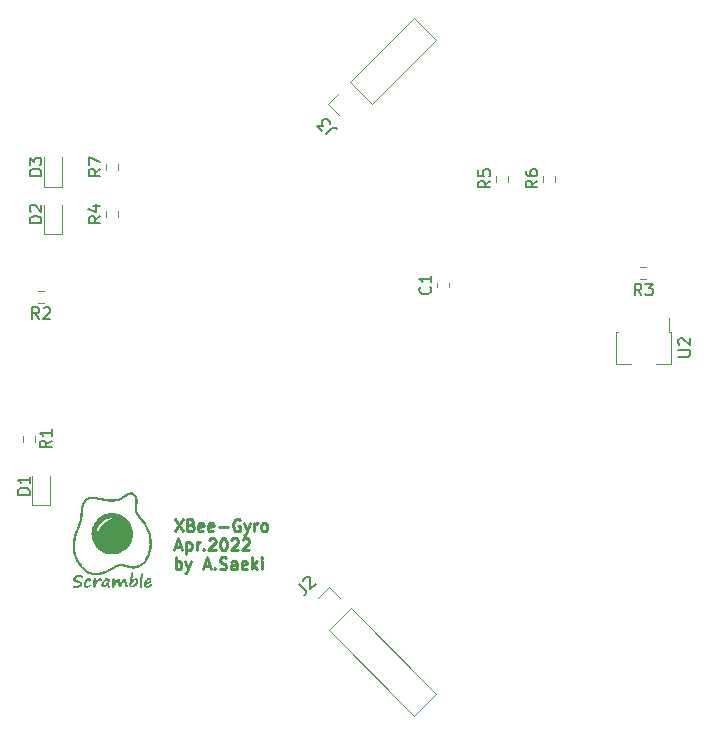
<source format=gto>
G04 #@! TF.GenerationSoftware,KiCad,Pcbnew,(6.0.1)*
G04 #@! TF.CreationDate,2022-04-06T23:24:07+09:00*
G04 #@! TF.ProjectId,xbee-gyro20220207,78626565-2d67-4797-926f-323032323032,V1.1*
G04 #@! TF.SameCoordinates,Original*
G04 #@! TF.FileFunction,Legend,Top*
G04 #@! TF.FilePolarity,Positive*
%FSLAX46Y46*%
G04 Gerber Fmt 4.6, Leading zero omitted, Abs format (unit mm)*
G04 Created by KiCad (PCBNEW (6.0.1)) date 2022-04-06 23:24:07*
%MOMM*%
%LPD*%
G01*
G04 APERTURE LIST*
%ADD10C,0.250000*%
%ADD11C,0.150000*%
%ADD12C,0.120000*%
G04 APERTURE END LIST*
D10*
X59305357Y-127842380D02*
X59972023Y-128842380D01*
X59972023Y-127842380D02*
X59305357Y-128842380D01*
X60686309Y-128318571D02*
X60829166Y-128366190D01*
X60876785Y-128413809D01*
X60924404Y-128509047D01*
X60924404Y-128651904D01*
X60876785Y-128747142D01*
X60829166Y-128794761D01*
X60733928Y-128842380D01*
X60352976Y-128842380D01*
X60352976Y-127842380D01*
X60686309Y-127842380D01*
X60781547Y-127890000D01*
X60829166Y-127937619D01*
X60876785Y-128032857D01*
X60876785Y-128128095D01*
X60829166Y-128223333D01*
X60781547Y-128270952D01*
X60686309Y-128318571D01*
X60352976Y-128318571D01*
X61733928Y-128794761D02*
X61638690Y-128842380D01*
X61448214Y-128842380D01*
X61352976Y-128794761D01*
X61305357Y-128699523D01*
X61305357Y-128318571D01*
X61352976Y-128223333D01*
X61448214Y-128175714D01*
X61638690Y-128175714D01*
X61733928Y-128223333D01*
X61781547Y-128318571D01*
X61781547Y-128413809D01*
X61305357Y-128509047D01*
X62591071Y-128794761D02*
X62495833Y-128842380D01*
X62305357Y-128842380D01*
X62210119Y-128794761D01*
X62162500Y-128699523D01*
X62162500Y-128318571D01*
X62210119Y-128223333D01*
X62305357Y-128175714D01*
X62495833Y-128175714D01*
X62591071Y-128223333D01*
X62638690Y-128318571D01*
X62638690Y-128413809D01*
X62162500Y-128509047D01*
X63067261Y-128461428D02*
X63829166Y-128461428D01*
X64829166Y-127890000D02*
X64733928Y-127842380D01*
X64591071Y-127842380D01*
X64448214Y-127890000D01*
X64352976Y-127985238D01*
X64305357Y-128080476D01*
X64257738Y-128270952D01*
X64257738Y-128413809D01*
X64305357Y-128604285D01*
X64352976Y-128699523D01*
X64448214Y-128794761D01*
X64591071Y-128842380D01*
X64686309Y-128842380D01*
X64829166Y-128794761D01*
X64876785Y-128747142D01*
X64876785Y-128413809D01*
X64686309Y-128413809D01*
X65210119Y-128175714D02*
X65448214Y-128842380D01*
X65686309Y-128175714D02*
X65448214Y-128842380D01*
X65352976Y-129080476D01*
X65305357Y-129128095D01*
X65210119Y-129175714D01*
X66067261Y-128842380D02*
X66067261Y-128175714D01*
X66067261Y-128366190D02*
X66114880Y-128270952D01*
X66162500Y-128223333D01*
X66257738Y-128175714D01*
X66352976Y-128175714D01*
X66829166Y-128842380D02*
X66733928Y-128794761D01*
X66686309Y-128747142D01*
X66638690Y-128651904D01*
X66638690Y-128366190D01*
X66686309Y-128270952D01*
X66733928Y-128223333D01*
X66829166Y-128175714D01*
X66972023Y-128175714D01*
X67067261Y-128223333D01*
X67114880Y-128270952D01*
X67162500Y-128366190D01*
X67162500Y-128651904D01*
X67114880Y-128747142D01*
X67067261Y-128794761D01*
X66972023Y-128842380D01*
X66829166Y-128842380D01*
X59352976Y-130166666D02*
X59829166Y-130166666D01*
X59257738Y-130452380D02*
X59591071Y-129452380D01*
X59924404Y-130452380D01*
X60257738Y-129785714D02*
X60257738Y-130785714D01*
X60257738Y-129833333D02*
X60352976Y-129785714D01*
X60543452Y-129785714D01*
X60638690Y-129833333D01*
X60686309Y-129880952D01*
X60733928Y-129976190D01*
X60733928Y-130261904D01*
X60686309Y-130357142D01*
X60638690Y-130404761D01*
X60543452Y-130452380D01*
X60352976Y-130452380D01*
X60257738Y-130404761D01*
X61162500Y-130452380D02*
X61162500Y-129785714D01*
X61162500Y-129976190D02*
X61210119Y-129880952D01*
X61257738Y-129833333D01*
X61352976Y-129785714D01*
X61448214Y-129785714D01*
X61781547Y-130357142D02*
X61829166Y-130404761D01*
X61781547Y-130452380D01*
X61733928Y-130404761D01*
X61781547Y-130357142D01*
X61781547Y-130452380D01*
X62210119Y-129547619D02*
X62257738Y-129500000D01*
X62352976Y-129452380D01*
X62591071Y-129452380D01*
X62686309Y-129500000D01*
X62733928Y-129547619D01*
X62781547Y-129642857D01*
X62781547Y-129738095D01*
X62733928Y-129880952D01*
X62162500Y-130452380D01*
X62781547Y-130452380D01*
X63400595Y-129452380D02*
X63495833Y-129452380D01*
X63591071Y-129500000D01*
X63638690Y-129547619D01*
X63686309Y-129642857D01*
X63733928Y-129833333D01*
X63733928Y-130071428D01*
X63686309Y-130261904D01*
X63638690Y-130357142D01*
X63591071Y-130404761D01*
X63495833Y-130452380D01*
X63400595Y-130452380D01*
X63305357Y-130404761D01*
X63257738Y-130357142D01*
X63210119Y-130261904D01*
X63162500Y-130071428D01*
X63162500Y-129833333D01*
X63210119Y-129642857D01*
X63257738Y-129547619D01*
X63305357Y-129500000D01*
X63400595Y-129452380D01*
X64114880Y-129547619D02*
X64162500Y-129500000D01*
X64257738Y-129452380D01*
X64495833Y-129452380D01*
X64591071Y-129500000D01*
X64638690Y-129547619D01*
X64686309Y-129642857D01*
X64686309Y-129738095D01*
X64638690Y-129880952D01*
X64067261Y-130452380D01*
X64686309Y-130452380D01*
X65067261Y-129547619D02*
X65114880Y-129500000D01*
X65210119Y-129452380D01*
X65448214Y-129452380D01*
X65543452Y-129500000D01*
X65591071Y-129547619D01*
X65638690Y-129642857D01*
X65638690Y-129738095D01*
X65591071Y-129880952D01*
X65019642Y-130452380D01*
X65638690Y-130452380D01*
X59400595Y-132062380D02*
X59400595Y-131062380D01*
X59400595Y-131443333D02*
X59495833Y-131395714D01*
X59686309Y-131395714D01*
X59781547Y-131443333D01*
X59829166Y-131490952D01*
X59876785Y-131586190D01*
X59876785Y-131871904D01*
X59829166Y-131967142D01*
X59781547Y-132014761D01*
X59686309Y-132062380D01*
X59495833Y-132062380D01*
X59400595Y-132014761D01*
X60210119Y-131395714D02*
X60448214Y-132062380D01*
X60686309Y-131395714D02*
X60448214Y-132062380D01*
X60352976Y-132300476D01*
X60305357Y-132348095D01*
X60210119Y-132395714D01*
X61781547Y-131776666D02*
X62257738Y-131776666D01*
X61686309Y-132062380D02*
X62019642Y-131062380D01*
X62352976Y-132062380D01*
X62686309Y-131967142D02*
X62733928Y-132014761D01*
X62686309Y-132062380D01*
X62638690Y-132014761D01*
X62686309Y-131967142D01*
X62686309Y-132062380D01*
X63114880Y-132014761D02*
X63257738Y-132062380D01*
X63495833Y-132062380D01*
X63591071Y-132014761D01*
X63638690Y-131967142D01*
X63686309Y-131871904D01*
X63686309Y-131776666D01*
X63638690Y-131681428D01*
X63591071Y-131633809D01*
X63495833Y-131586190D01*
X63305357Y-131538571D01*
X63210119Y-131490952D01*
X63162500Y-131443333D01*
X63114880Y-131348095D01*
X63114880Y-131252857D01*
X63162500Y-131157619D01*
X63210119Y-131110000D01*
X63305357Y-131062380D01*
X63543452Y-131062380D01*
X63686309Y-131110000D01*
X64543452Y-132062380D02*
X64543452Y-131538571D01*
X64495833Y-131443333D01*
X64400595Y-131395714D01*
X64210119Y-131395714D01*
X64114880Y-131443333D01*
X64543452Y-132014761D02*
X64448214Y-132062380D01*
X64210119Y-132062380D01*
X64114880Y-132014761D01*
X64067261Y-131919523D01*
X64067261Y-131824285D01*
X64114880Y-131729047D01*
X64210119Y-131681428D01*
X64448214Y-131681428D01*
X64543452Y-131633809D01*
X65400595Y-132014761D02*
X65305357Y-132062380D01*
X65114880Y-132062380D01*
X65019642Y-132014761D01*
X64972023Y-131919523D01*
X64972023Y-131538571D01*
X65019642Y-131443333D01*
X65114880Y-131395714D01*
X65305357Y-131395714D01*
X65400595Y-131443333D01*
X65448214Y-131538571D01*
X65448214Y-131633809D01*
X64972023Y-131729047D01*
X65876785Y-132062380D02*
X65876785Y-131062380D01*
X65972023Y-131681428D02*
X66257738Y-132062380D01*
X66257738Y-131395714D02*
X65876785Y-131776666D01*
X66686309Y-132062380D02*
X66686309Y-131395714D01*
X66686309Y-131062380D02*
X66638690Y-131110000D01*
X66686309Y-131157619D01*
X66733928Y-131110000D01*
X66686309Y-131062380D01*
X66686309Y-131157619D01*
D11*
X48022380Y-102738095D02*
X47022380Y-102738095D01*
X47022380Y-102500000D01*
X47070000Y-102357142D01*
X47165238Y-102261904D01*
X47260476Y-102214285D01*
X47450952Y-102166666D01*
X47593809Y-102166666D01*
X47784285Y-102214285D01*
X47879523Y-102261904D01*
X47974761Y-102357142D01*
X48022380Y-102500000D01*
X48022380Y-102738095D01*
X47117619Y-101785714D02*
X47070000Y-101738095D01*
X47022380Y-101642857D01*
X47022380Y-101404761D01*
X47070000Y-101309523D01*
X47117619Y-101261904D01*
X47212857Y-101214285D01*
X47308095Y-101214285D01*
X47450952Y-101261904D01*
X48022380Y-101833333D01*
X48022380Y-101214285D01*
X86022380Y-99166666D02*
X85546190Y-99500000D01*
X86022380Y-99738095D02*
X85022380Y-99738095D01*
X85022380Y-99357142D01*
X85070000Y-99261904D01*
X85117619Y-99214285D01*
X85212857Y-99166666D01*
X85355714Y-99166666D01*
X85450952Y-99214285D01*
X85498571Y-99261904D01*
X85546190Y-99357142D01*
X85546190Y-99738095D01*
X85022380Y-98261904D02*
X85022380Y-98738095D01*
X85498571Y-98785714D01*
X85450952Y-98738095D01*
X85403333Y-98642857D01*
X85403333Y-98404761D01*
X85450952Y-98309523D01*
X85498571Y-98261904D01*
X85593809Y-98214285D01*
X85831904Y-98214285D01*
X85927142Y-98261904D01*
X85974761Y-98309523D01*
X86022380Y-98404761D01*
X86022380Y-98642857D01*
X85974761Y-98738095D01*
X85927142Y-98785714D01*
X53022380Y-98166666D02*
X52546190Y-98500000D01*
X53022380Y-98738095D02*
X52022380Y-98738095D01*
X52022380Y-98357142D01*
X52070000Y-98261904D01*
X52117619Y-98214285D01*
X52212857Y-98166666D01*
X52355714Y-98166666D01*
X52450952Y-98214285D01*
X52498571Y-98261904D01*
X52546190Y-98357142D01*
X52546190Y-98738095D01*
X52022380Y-97833333D02*
X52022380Y-97166666D01*
X53022380Y-97595238D01*
X69826286Y-133297691D02*
X70331362Y-133802767D01*
X70398706Y-133937454D01*
X70398706Y-134072141D01*
X70331362Y-134206828D01*
X70264019Y-134274171D01*
X70196675Y-133061988D02*
X70196675Y-132994645D01*
X70230347Y-132893630D01*
X70398706Y-132725271D01*
X70499721Y-132691599D01*
X70567065Y-132691599D01*
X70668080Y-132725271D01*
X70735423Y-132792614D01*
X70802767Y-132927301D01*
X70802767Y-133735423D01*
X71240500Y-133297691D01*
X98833333Y-108882380D02*
X98500000Y-108406190D01*
X98261904Y-108882380D02*
X98261904Y-107882380D01*
X98642857Y-107882380D01*
X98738095Y-107930000D01*
X98785714Y-107977619D01*
X98833333Y-108072857D01*
X98833333Y-108215714D01*
X98785714Y-108310952D01*
X98738095Y-108358571D01*
X98642857Y-108406190D01*
X98261904Y-108406190D01*
X99166666Y-107882380D02*
X99785714Y-107882380D01*
X99452380Y-108263333D01*
X99595238Y-108263333D01*
X99690476Y-108310952D01*
X99738095Y-108358571D01*
X99785714Y-108453809D01*
X99785714Y-108691904D01*
X99738095Y-108787142D01*
X99690476Y-108834761D01*
X99595238Y-108882380D01*
X99309523Y-108882380D01*
X99214285Y-108834761D01*
X99166666Y-108787142D01*
X90022380Y-99166666D02*
X89546190Y-99500000D01*
X90022380Y-99738095D02*
X89022380Y-99738095D01*
X89022380Y-99357142D01*
X89070000Y-99261904D01*
X89117619Y-99214285D01*
X89212857Y-99166666D01*
X89355714Y-99166666D01*
X89450952Y-99214285D01*
X89498571Y-99261904D01*
X89546190Y-99357142D01*
X89546190Y-99738095D01*
X89022380Y-98309523D02*
X89022380Y-98500000D01*
X89070000Y-98595238D01*
X89117619Y-98642857D01*
X89260476Y-98738095D01*
X89450952Y-98785714D01*
X89831904Y-98785714D01*
X89927142Y-98738095D01*
X89974761Y-98690476D01*
X90022380Y-98595238D01*
X90022380Y-98404761D01*
X89974761Y-98309523D01*
X89927142Y-98261904D01*
X89831904Y-98214285D01*
X89593809Y-98214285D01*
X89498571Y-98261904D01*
X89450952Y-98309523D01*
X89403333Y-98404761D01*
X89403333Y-98595238D01*
X89450952Y-98690476D01*
X89498571Y-98738095D01*
X89593809Y-98785714D01*
X101952380Y-114061904D02*
X102761904Y-114061904D01*
X102857142Y-114014285D01*
X102904761Y-113966666D01*
X102952380Y-113871428D01*
X102952380Y-113680952D01*
X102904761Y-113585714D01*
X102857142Y-113538095D01*
X102761904Y-113490476D01*
X101952380Y-113490476D01*
X102047619Y-113061904D02*
X102000000Y-113014285D01*
X101952380Y-112919047D01*
X101952380Y-112680952D01*
X102000000Y-112585714D01*
X102047619Y-112538095D01*
X102142857Y-112490476D01*
X102238095Y-112490476D01*
X102380952Y-112538095D01*
X102952380Y-113109523D01*
X102952380Y-112490476D01*
X48882380Y-121166666D02*
X48406190Y-121500000D01*
X48882380Y-121738095D02*
X47882380Y-121738095D01*
X47882380Y-121357142D01*
X47930000Y-121261904D01*
X47977619Y-121214285D01*
X48072857Y-121166666D01*
X48215714Y-121166666D01*
X48310952Y-121214285D01*
X48358571Y-121261904D01*
X48406190Y-121357142D01*
X48406190Y-121738095D01*
X48882380Y-120214285D02*
X48882380Y-120785714D01*
X48882380Y-120500000D02*
X47882380Y-120500000D01*
X48025238Y-120595238D01*
X48120476Y-120690476D01*
X48168095Y-120785714D01*
X48022380Y-98738095D02*
X47022380Y-98738095D01*
X47022380Y-98500000D01*
X47070000Y-98357142D01*
X47165238Y-98261904D01*
X47260476Y-98214285D01*
X47450952Y-98166666D01*
X47593809Y-98166666D01*
X47784285Y-98214285D01*
X47879523Y-98261904D01*
X47974761Y-98357142D01*
X48022380Y-98500000D01*
X48022380Y-98738095D01*
X47022380Y-97833333D02*
X47022380Y-97214285D01*
X47403333Y-97547619D01*
X47403333Y-97404761D01*
X47450952Y-97309523D01*
X47498571Y-97261904D01*
X47593809Y-97214285D01*
X47831904Y-97214285D01*
X47927142Y-97261904D01*
X47974761Y-97309523D01*
X48022380Y-97404761D01*
X48022380Y-97690476D01*
X47974761Y-97785714D01*
X47927142Y-97833333D01*
X53022380Y-102166666D02*
X52546190Y-102500000D01*
X53022380Y-102738095D02*
X52022380Y-102738095D01*
X52022380Y-102357142D01*
X52070000Y-102261904D01*
X52117619Y-102214285D01*
X52212857Y-102166666D01*
X52355714Y-102166666D01*
X52450952Y-102214285D01*
X52498571Y-102261904D01*
X52546190Y-102357142D01*
X52546190Y-102738095D01*
X52355714Y-101309523D02*
X53022380Y-101309523D01*
X51974761Y-101547619D02*
X52689047Y-101785714D01*
X52689047Y-101166666D01*
X80927142Y-108166666D02*
X80974761Y-108214285D01*
X81022380Y-108357142D01*
X81022380Y-108452380D01*
X80974761Y-108595238D01*
X80879523Y-108690476D01*
X80784285Y-108738095D01*
X80593809Y-108785714D01*
X80450952Y-108785714D01*
X80260476Y-108738095D01*
X80165238Y-108690476D01*
X80070000Y-108595238D01*
X80022380Y-108452380D01*
X80022380Y-108357142D01*
X80070000Y-108214285D01*
X80117619Y-108166666D01*
X81022380Y-107214285D02*
X81022380Y-107785714D01*
X81022380Y-107500000D02*
X80022380Y-107500000D01*
X80165238Y-107595238D01*
X80260476Y-107690476D01*
X80308095Y-107785714D01*
X72089791Y-95250913D02*
X72594867Y-94745837D01*
X72729554Y-94678493D01*
X72864241Y-94678493D01*
X72998928Y-94745837D01*
X73066271Y-94813180D01*
X71820417Y-94981539D02*
X71382684Y-94543806D01*
X71887760Y-94510134D01*
X71786745Y-94409119D01*
X71753073Y-94308104D01*
X71753073Y-94240760D01*
X71786745Y-94139745D01*
X71955104Y-93971386D01*
X72056119Y-93937715D01*
X72123462Y-93937715D01*
X72224478Y-93971386D01*
X72426508Y-94173417D01*
X72460180Y-94274432D01*
X72460180Y-94341776D01*
X47833333Y-110882380D02*
X47500000Y-110406190D01*
X47261904Y-110882380D02*
X47261904Y-109882380D01*
X47642857Y-109882380D01*
X47738095Y-109930000D01*
X47785714Y-109977619D01*
X47833333Y-110072857D01*
X47833333Y-110215714D01*
X47785714Y-110310952D01*
X47738095Y-110358571D01*
X47642857Y-110406190D01*
X47261904Y-110406190D01*
X48214285Y-109977619D02*
X48261904Y-109930000D01*
X48357142Y-109882380D01*
X48595238Y-109882380D01*
X48690476Y-109930000D01*
X48738095Y-109977619D01*
X48785714Y-110072857D01*
X48785714Y-110168095D01*
X48738095Y-110310952D01*
X48166666Y-110882380D01*
X48785714Y-110882380D01*
X47022380Y-125738095D02*
X46022380Y-125738095D01*
X46022380Y-125500000D01*
X46070000Y-125357142D01*
X46165238Y-125261904D01*
X46260476Y-125214285D01*
X46450952Y-125166666D01*
X46593809Y-125166666D01*
X46784285Y-125214285D01*
X46879523Y-125261904D01*
X46974761Y-125357142D01*
X47022380Y-125500000D01*
X47022380Y-125738095D01*
X47022380Y-124214285D02*
X47022380Y-124785714D01*
X47022380Y-124500000D02*
X46022380Y-124500000D01*
X46165238Y-124595238D01*
X46260476Y-124690476D01*
X46308095Y-124785714D01*
D12*
X48265000Y-103660000D02*
X49735000Y-103660000D01*
X48265000Y-101200000D02*
X48265000Y-103660000D01*
X49735000Y-103660000D02*
X49735000Y-101200000D01*
X86477500Y-99254724D02*
X86477500Y-98745276D01*
X87522500Y-99254724D02*
X87522500Y-98745276D01*
X54522500Y-98254724D02*
X54522500Y-97745276D01*
X53477500Y-98254724D02*
X53477500Y-97745276D01*
X79592105Y-144473009D02*
X81473009Y-142592105D01*
X71467448Y-134467448D02*
X72407900Y-133526996D01*
X72365474Y-137246378D02*
X74246378Y-135365474D01*
X74246378Y-135365474D02*
X81473009Y-142592105D01*
X72407900Y-133526996D02*
X73348352Y-134467448D01*
X72365474Y-137246378D02*
X79592105Y-144473009D01*
G36*
X50698840Y-129764175D02*
G01*
X50727910Y-129543403D01*
X50771315Y-129321378D01*
X50799780Y-129203986D01*
X50812682Y-129155042D01*
X50825461Y-129109156D01*
X50838808Y-129064363D01*
X50853416Y-129018698D01*
X50869975Y-128970197D01*
X50889178Y-128916894D01*
X50911715Y-128856825D01*
X50938279Y-128788025D01*
X50969561Y-128708528D01*
X51006252Y-128616370D01*
X51009172Y-128609066D01*
X51037044Y-128538991D01*
X51064439Y-128469416D01*
X51090452Y-128402692D01*
X51114176Y-128341169D01*
X51134705Y-128287199D01*
X51151134Y-128243133D01*
X51162555Y-128211322D01*
X51163358Y-128208991D01*
X51202559Y-128088203D01*
X51235599Y-127971758D01*
X51263043Y-127856535D01*
X51285455Y-127739415D01*
X51303401Y-127617276D01*
X51317444Y-127487000D01*
X51328148Y-127345464D01*
X51332073Y-127276383D01*
X51337283Y-127179861D01*
X51342300Y-127097296D01*
X51347360Y-127026651D01*
X51352702Y-126965888D01*
X51358563Y-126912971D01*
X51365181Y-126865862D01*
X51372794Y-126822524D01*
X51381640Y-126780920D01*
X51391956Y-126739013D01*
X51397009Y-126720000D01*
X51437538Y-126589889D01*
X51485715Y-126469890D01*
X51540974Y-126360917D01*
X51602747Y-126263886D01*
X51670466Y-126179710D01*
X51743565Y-126109306D01*
X51803039Y-126065135D01*
X51893310Y-126015425D01*
X51994319Y-125976870D01*
X52105160Y-125949652D01*
X52224928Y-125933952D01*
X52352719Y-125929950D01*
X52455234Y-125934890D01*
X52534240Y-125942451D01*
X52625692Y-125953228D01*
X52726469Y-125966745D01*
X52833448Y-125982523D01*
X52943507Y-126000085D01*
X53053526Y-126018955D01*
X53160382Y-126038655D01*
X53248760Y-126056184D01*
X53313710Y-126069414D01*
X53378717Y-126082397D01*
X53440683Y-126094534D01*
X53496513Y-126105226D01*
X53543111Y-126113872D01*
X53577380Y-126119874D01*
X53579373Y-126120201D01*
X53658296Y-126130393D01*
X53749706Y-126137497D01*
X53850375Y-126141418D01*
X53957071Y-126142057D01*
X54066565Y-126139317D01*
X54122533Y-126136582D01*
X54213675Y-126130676D01*
X54291316Y-126123949D01*
X54357951Y-126115931D01*
X54416075Y-126106155D01*
X54468181Y-126094152D01*
X54516766Y-126079453D01*
X54564324Y-126061588D01*
X54597446Y-126047350D01*
X54620034Y-126036912D01*
X54642340Y-126025810D01*
X54666029Y-126013025D01*
X54692767Y-125997535D01*
X54724220Y-125978321D01*
X54762054Y-125954362D01*
X54807935Y-125924638D01*
X54863527Y-125888127D01*
X54930498Y-125843811D01*
X54940000Y-125837508D01*
X55046082Y-125769063D01*
X55141823Y-125711453D01*
X55228171Y-125664171D01*
X55306072Y-125626710D01*
X55376473Y-125598564D01*
X55404232Y-125589337D01*
X55505910Y-125562041D01*
X55597808Y-125546713D01*
X55680961Y-125543529D01*
X55756400Y-125552663D01*
X55825158Y-125574288D01*
X55888269Y-125608581D01*
X55946765Y-125655714D01*
X55976244Y-125685954D01*
X56036899Y-125764851D01*
X56086363Y-125855011D01*
X56124599Y-125956225D01*
X56151565Y-126068284D01*
X56167225Y-126190977D01*
X56171538Y-126324095D01*
X56164465Y-126467428D01*
X56147888Y-126608000D01*
X56138626Y-126673985D01*
X56132108Y-126729992D01*
X56127899Y-126781725D01*
X56125561Y-126834885D01*
X56124658Y-126895177D01*
X56124605Y-126912000D01*
X56124733Y-126966535D01*
X56125466Y-127008209D01*
X56127072Y-127040156D01*
X56129817Y-127065510D01*
X56133967Y-127087407D01*
X56139788Y-127108980D01*
X56141945Y-127116000D01*
X56156573Y-127157970D01*
X56174808Y-127201217D01*
X56197334Y-127246727D01*
X56224834Y-127295489D01*
X56257992Y-127348490D01*
X56297494Y-127406718D01*
X56344022Y-127471161D01*
X56398262Y-127542807D01*
X56460896Y-127622644D01*
X56532609Y-127711659D01*
X56614085Y-127810841D01*
X56668241Y-127876000D01*
X56717711Y-127935658D01*
X56758573Y-127985904D01*
X56792764Y-128029360D01*
X56822223Y-128068647D01*
X56848887Y-128106385D01*
X56874695Y-128145196D01*
X56901583Y-128187702D01*
X56916148Y-128211339D01*
X57005207Y-128369532D01*
X57086503Y-128539890D01*
X57159226Y-128720168D01*
X57222570Y-128908119D01*
X57275723Y-129101500D01*
X57317878Y-129298066D01*
X57327589Y-129353300D01*
X57339747Y-129428112D01*
X57349512Y-129494093D01*
X57357131Y-129554529D01*
X57362852Y-129612704D01*
X57366921Y-129671904D01*
X57369585Y-129735414D01*
X57371092Y-129806518D01*
X57371689Y-129888503D01*
X57371719Y-129940000D01*
X57371536Y-130013681D01*
X57371084Y-130073801D01*
X57370240Y-130122798D01*
X57368880Y-130163110D01*
X57366880Y-130197174D01*
X57364116Y-130227429D01*
X57360466Y-130256312D01*
X57355806Y-130286262D01*
X57353473Y-130300000D01*
X57313206Y-130491127D01*
X57259287Y-130679035D01*
X57192461Y-130861969D01*
X57113478Y-131038174D01*
X57023083Y-131205897D01*
X56922025Y-131363382D01*
X56870122Y-131434597D01*
X56777641Y-131544902D01*
X56675268Y-131646100D01*
X56564659Y-131737092D01*
X56447473Y-131816784D01*
X56325367Y-131884079D01*
X56199998Y-131937882D01*
X56073024Y-131977094D01*
X56037507Y-131985289D01*
X56000833Y-131992356D01*
X55965160Y-131997324D01*
X55926348Y-132000524D01*
X55880259Y-132002284D01*
X55822754Y-132002936D01*
X55816000Y-132002953D01*
X55747094Y-132002013D01*
X55683102Y-131998566D01*
X55620668Y-131992094D01*
X55556438Y-131982081D01*
X55487058Y-131968009D01*
X55409173Y-131949360D01*
X55325665Y-131927319D01*
X55234309Y-131902476D01*
X55156801Y-131881542D01*
X55091568Y-131864167D01*
X55037034Y-131849999D01*
X54991626Y-131838688D01*
X54953771Y-131829882D01*
X54921893Y-131823232D01*
X54894418Y-131818385D01*
X54869773Y-131814991D01*
X54846384Y-131812700D01*
X54822676Y-131811159D01*
X54800000Y-131810135D01*
X54726565Y-131809952D01*
X54655327Y-131815813D01*
X54584601Y-131828353D01*
X54512700Y-131848205D01*
X54437936Y-131876003D01*
X54358625Y-131912382D01*
X54273078Y-131957976D01*
X54179611Y-132013419D01*
X54076535Y-132079345D01*
X54066485Y-132085976D01*
X53937096Y-132166302D01*
X53798310Y-132242838D01*
X53653147Y-132314304D01*
X53504630Y-132379417D01*
X53355781Y-132436895D01*
X53209620Y-132485458D01*
X53069169Y-132523823D01*
X52996116Y-132539979D01*
X52904281Y-132555510D01*
X52807221Y-132566674D01*
X52708699Y-132573337D01*
X52612477Y-132575371D01*
X52522318Y-132572642D01*
X52441984Y-132565022D01*
X52412000Y-132560316D01*
X52266803Y-132528668D01*
X52130049Y-132487628D01*
X52003336Y-132437798D01*
X51888259Y-132379779D01*
X51818944Y-132336947D01*
X51750649Y-132286772D01*
X51676729Y-132224672D01*
X51599191Y-132152788D01*
X51520040Y-132073258D01*
X51441283Y-131988224D01*
X51364925Y-131899824D01*
X51292971Y-131810198D01*
X51227427Y-131721485D01*
X51188921Y-131664881D01*
X51142882Y-131591748D01*
X51093624Y-131508452D01*
X51042898Y-131418317D01*
X50992455Y-131324668D01*
X50944048Y-131230829D01*
X50899428Y-131140124D01*
X50860348Y-131055876D01*
X50828558Y-130981411D01*
X50827991Y-130980000D01*
X50787600Y-130872448D01*
X50754763Y-130768705D01*
X50728849Y-130665458D01*
X50709228Y-130559394D01*
X50695270Y-130447201D01*
X50686345Y-130325568D01*
X50682287Y-130214155D01*
X50682856Y-130125717D01*
X50876882Y-130125717D01*
X50879961Y-130281004D01*
X50891519Y-130427002D01*
X50903666Y-130515670D01*
X50918620Y-130598010D01*
X50936429Y-130677070D01*
X50957847Y-130754732D01*
X50983625Y-130832877D01*
X51014518Y-130913390D01*
X51051279Y-130998151D01*
X51094661Y-131089044D01*
X51145417Y-131187950D01*
X51204301Y-131296753D01*
X51246346Y-131372000D01*
X51308401Y-131478132D01*
X51369105Y-131573415D01*
X51431477Y-131661954D01*
X51498537Y-131747853D01*
X51573304Y-131835215D01*
X51643584Y-131912000D01*
X51723575Y-131994684D01*
X51797557Y-132065153D01*
X51867798Y-132124882D01*
X51936565Y-132175351D01*
X52006126Y-132218034D01*
X52078748Y-132254410D01*
X52156698Y-132285956D01*
X52242246Y-132314149D01*
X52276000Y-132323948D01*
X52353507Y-132344677D01*
X52422175Y-132360248D01*
X52485780Y-132370970D01*
X52548097Y-132377149D01*
X52612903Y-132379094D01*
X52683974Y-132377113D01*
X52765086Y-132371513D01*
X52810082Y-132367500D01*
X52925911Y-132351290D01*
X53051202Y-132323762D01*
X53184567Y-132285356D01*
X53324617Y-132236510D01*
X53469961Y-132177665D01*
X53604000Y-132116589D01*
X53684123Y-132077071D01*
X53758825Y-132037652D01*
X53832284Y-131995935D01*
X53908679Y-131949526D01*
X53992186Y-131896029D01*
X54016000Y-131880386D01*
X54092697Y-131832029D01*
X54172074Y-131786092D01*
X54250927Y-131744220D01*
X54326057Y-131708059D01*
X54394262Y-131679255D01*
X54436135Y-131664362D01*
X54505855Y-131643428D01*
X54567040Y-131628659D01*
X54625501Y-131619142D01*
X54687051Y-131613961D01*
X54757503Y-131612203D01*
X54768000Y-131612178D01*
X54816484Y-131612711D01*
X54860529Y-131614653D01*
X54902843Y-131618477D01*
X54946134Y-131624656D01*
X54993109Y-131633665D01*
X55046475Y-131645976D01*
X55108941Y-131662062D01*
X55183213Y-131682397D01*
X55205689Y-131688691D01*
X55310743Y-131717749D01*
X55402437Y-131742034D01*
X55482570Y-131761897D01*
X55552938Y-131777692D01*
X55615340Y-131789771D01*
X55671572Y-131798486D01*
X55723433Y-131804191D01*
X55772719Y-131807237D01*
X55813978Y-131808000D01*
X55931141Y-131800309D01*
X56047355Y-131777166D01*
X56162890Y-131738462D01*
X56278014Y-131684089D01*
X56392994Y-131613938D01*
X56508098Y-131527902D01*
X56509053Y-131527122D01*
X56593952Y-131449372D01*
X56676492Y-131357435D01*
X56755805Y-131253052D01*
X56831018Y-131137968D01*
X56901263Y-131013925D01*
X56965670Y-130882667D01*
X57023368Y-130745936D01*
X57073487Y-130605475D01*
X57115157Y-130463027D01*
X57147508Y-130320336D01*
X57165400Y-130212272D01*
X57170752Y-130160580D01*
X57174606Y-130096390D01*
X57176966Y-130023135D01*
X57177835Y-129944246D01*
X57177216Y-129863156D01*
X57175113Y-129783297D01*
X57171531Y-129708100D01*
X57166472Y-129640998D01*
X57164778Y-129624000D01*
X57135444Y-129408294D01*
X57094001Y-129198143D01*
X57040838Y-128994727D01*
X56976348Y-128799225D01*
X56900921Y-128612815D01*
X56814949Y-128436679D01*
X56718823Y-128271995D01*
X56713704Y-128264000D01*
X56698253Y-128240271D01*
X56683077Y-128217784D01*
X56666999Y-128195033D01*
X56648843Y-128170515D01*
X56627431Y-128142727D01*
X56601586Y-128110164D01*
X56570131Y-128071322D01*
X56531889Y-128024699D01*
X56485683Y-127968788D01*
X56431923Y-127904000D01*
X56353930Y-127809318D01*
X56285881Y-127724877D01*
X56226769Y-127649252D01*
X56175587Y-127581018D01*
X56131326Y-127518751D01*
X56092980Y-127461027D01*
X56059540Y-127406422D01*
X56029999Y-127353511D01*
X56003350Y-127300871D01*
X55999425Y-127292670D01*
X55974253Y-127236074D01*
X55955816Y-127184793D01*
X55942777Y-127133550D01*
X55933801Y-127077066D01*
X55927554Y-127010064D01*
X55927406Y-127008000D01*
X55924440Y-126936720D01*
X55925394Y-126858947D01*
X55930400Y-126772555D01*
X55939588Y-126675420D01*
X55953089Y-126565416D01*
X55955900Y-126544724D01*
X55963484Y-126483648D01*
X55969612Y-126422506D01*
X55973871Y-126366144D01*
X55975849Y-126319410D01*
X55975939Y-126309303D01*
X55971478Y-126209219D01*
X55958619Y-126115427D01*
X55937938Y-126029147D01*
X55910011Y-125951598D01*
X55875413Y-125884001D01*
X55834721Y-125827574D01*
X55788511Y-125783538D01*
X55737359Y-125753113D01*
X55708473Y-125742932D01*
X55671421Y-125738591D01*
X55623145Y-125741850D01*
X55566136Y-125752071D01*
X55502885Y-125768616D01*
X55435884Y-125790847D01*
X55367625Y-125818126D01*
X55310309Y-125844890D01*
X55280291Y-125861094D01*
X55239871Y-125884625D01*
X55191842Y-125913763D01*
X55139000Y-125946789D01*
X55084139Y-125981981D01*
X55034309Y-126014778D01*
X54950017Y-126070463D01*
X54876763Y-126117543D01*
X54812762Y-126156979D01*
X54756226Y-126189732D01*
X54705370Y-126216766D01*
X54658408Y-126239041D01*
X54613555Y-126257520D01*
X54569023Y-126273165D01*
X54535687Y-126283351D01*
X54470716Y-126299279D01*
X54396079Y-126312165D01*
X54310731Y-126322087D01*
X54213631Y-126329124D01*
X54103736Y-126333352D01*
X53980002Y-126334851D01*
X53860000Y-126333992D01*
X53794545Y-126332966D01*
X53738600Y-126331776D01*
X53689798Y-126330122D01*
X53645767Y-126327702D01*
X53604139Y-126324218D01*
X53562544Y-126319367D01*
X53518613Y-126312851D01*
X53469976Y-126304368D01*
X53414264Y-126293618D01*
X53349108Y-126280301D01*
X53272137Y-126264116D01*
X53217750Y-126252575D01*
X53077597Y-126224106D01*
X52941157Y-126199212D01*
X52803352Y-126177070D01*
X52659104Y-126156858D01*
X52522669Y-126139998D01*
X52405375Y-126130488D01*
X52293411Y-126129750D01*
X52189182Y-126137658D01*
X52095098Y-126154086D01*
X52056000Y-126164436D01*
X51975532Y-126195821D01*
X51901729Y-126240247D01*
X51834253Y-126298099D01*
X51772768Y-126369762D01*
X51716936Y-126455622D01*
X51666419Y-126556063D01*
X51626993Y-126654335D01*
X51608342Y-126707955D01*
X51592605Y-126758738D01*
X51579416Y-126808984D01*
X51568407Y-126860991D01*
X51559210Y-126917060D01*
X51551458Y-126979488D01*
X51544783Y-127050575D01*
X51538818Y-127132621D01*
X51533196Y-127227925D01*
X51532122Y-127248000D01*
X51524931Y-127371022D01*
X51516915Y-127480703D01*
X51507715Y-127579691D01*
X51496974Y-127670639D01*
X51484335Y-127756196D01*
X51469439Y-127839013D01*
X51451929Y-127921740D01*
X51431448Y-128007029D01*
X51427793Y-128021399D01*
X51414648Y-128071133D01*
X51400777Y-128120116D01*
X51385571Y-128170079D01*
X51368416Y-128222752D01*
X51348702Y-128279864D01*
X51325817Y-128343145D01*
X51299150Y-128414326D01*
X51268088Y-128495136D01*
X51232021Y-128587305D01*
X51192152Y-128688000D01*
X51162816Y-128762384D01*
X51134169Y-128836152D01*
X51107020Y-128907146D01*
X51082177Y-128973207D01*
X51060445Y-129032175D01*
X51042634Y-129081893D01*
X51029550Y-129120199D01*
X51024418Y-129136431D01*
X50981141Y-129295885D01*
X50945052Y-129460784D01*
X50916367Y-129628673D01*
X50895300Y-129797095D01*
X50882067Y-129963595D01*
X50876882Y-130125717D01*
X50682856Y-130125717D01*
X50683751Y-129986742D01*
X50698840Y-129764175D01*
G37*
G36*
X56779363Y-133068389D02*
G01*
X56822322Y-132998213D01*
X56872436Y-132933403D01*
X56927587Y-132876772D01*
X56985653Y-132831132D01*
X57031181Y-132805172D01*
X57060785Y-132792268D01*
X57085938Y-132784719D01*
X57113323Y-132781142D01*
X57149620Y-132780152D01*
X57152000Y-132780145D01*
X57187474Y-132780694D01*
X57212410Y-132783280D01*
X57232242Y-132789036D01*
X57252405Y-132799096D01*
X57257787Y-132802212D01*
X57297269Y-132834398D01*
X57317787Y-132862212D01*
X57335011Y-132905927D01*
X57341187Y-132956635D01*
X57336295Y-133009735D01*
X57320311Y-133060625D01*
X57318769Y-133064000D01*
X57278759Y-133131059D01*
X57224763Y-133191932D01*
X57157878Y-133245768D01*
X57079202Y-133291715D01*
X56989835Y-133328920D01*
X56968000Y-133336114D01*
X56930952Y-133348985D01*
X56907958Y-133360993D01*
X56897364Y-133374312D01*
X56897513Y-133391113D01*
X56906750Y-133413570D01*
X56907649Y-133415323D01*
X56927513Y-133441105D01*
X56956199Y-133456734D01*
X56995628Y-133462989D01*
X57024023Y-133462639D01*
X57083928Y-133451647D01*
X57145942Y-133425727D01*
X57208685Y-133385566D01*
X57253371Y-133348370D01*
X57290502Y-133316902D01*
X57320205Y-133297845D01*
X57344195Y-133290483D01*
X57364189Y-133294098D01*
X57371883Y-133298773D01*
X57383812Y-133316889D01*
X57386799Y-133344269D01*
X57380921Y-133376955D01*
X57369909Y-133404216D01*
X57350655Y-133433140D01*
X57321276Y-133466749D01*
X57285397Y-133501547D01*
X57246642Y-133534037D01*
X57208635Y-133560722D01*
X57205973Y-133562357D01*
X57139677Y-133594954D01*
X57067784Y-133616782D01*
X56994843Y-133626845D01*
X56925401Y-133624151D01*
X56924000Y-133623948D01*
X56863017Y-133608171D01*
X56812190Y-133580074D01*
X56771094Y-133539340D01*
X56739501Y-133486094D01*
X56723478Y-133437112D01*
X56714183Y-133378239D01*
X56711898Y-133314227D01*
X56716903Y-133249831D01*
X56723389Y-133213588D01*
X56728407Y-133197274D01*
X56913405Y-133197274D01*
X56917376Y-133204456D01*
X56930181Y-133203743D01*
X56953453Y-133195399D01*
X56988824Y-133179688D01*
X57006825Y-133171354D01*
X57045879Y-133149594D01*
X57084750Y-133121658D01*
X57120544Y-133090300D01*
X57150370Y-133058278D01*
X57171337Y-133028348D01*
X57180122Y-133006160D01*
X57181932Y-132970927D01*
X57172883Y-132946406D01*
X57153918Y-132933583D01*
X57125978Y-132933445D01*
X57113865Y-132936704D01*
X57082371Y-132953245D01*
X57047608Y-132981738D01*
X57012098Y-133019220D01*
X56978363Y-133062727D01*
X56948924Y-133109296D01*
X56926302Y-133155964D01*
X56925428Y-133158161D01*
X56916633Y-133181930D01*
X56913405Y-133197274D01*
X56728407Y-133197274D01*
X56745678Y-133141118D01*
X56779363Y-133068389D01*
G37*
G36*
X52270527Y-128904045D02*
G01*
X52291558Y-128746310D01*
X52326958Y-128590612D01*
X52376732Y-128437945D01*
X52440883Y-128289304D01*
X52519414Y-128145684D01*
X52611393Y-128009335D01*
X52717006Y-127880608D01*
X52833299Y-127763459D01*
X52959425Y-127658370D01*
X53094539Y-127565822D01*
X53237794Y-127486296D01*
X53388344Y-127420272D01*
X53545344Y-127368232D01*
X53707947Y-127330656D01*
X53838621Y-127311644D01*
X53891974Y-127307630D01*
X53956267Y-127305619D01*
X54027210Y-127305500D01*
X54100514Y-127307162D01*
X54171890Y-127310494D01*
X54237047Y-127315385D01*
X54291697Y-127321726D01*
X54304000Y-127323656D01*
X54467295Y-127359037D01*
X54625029Y-127408939D01*
X54776340Y-127472733D01*
X54920367Y-127549791D01*
X55056247Y-127639486D01*
X55183121Y-127741191D01*
X55300126Y-127854277D01*
X55406400Y-127978117D01*
X55501083Y-128112083D01*
X55583314Y-128255547D01*
X55583545Y-128256000D01*
X55648361Y-128395624D01*
X55698906Y-128534027D01*
X55735964Y-128674283D01*
X55760318Y-128819463D01*
X55772755Y-128972642D01*
X55773790Y-129001378D01*
X55772911Y-129157104D01*
X55760420Y-129304252D01*
X55735824Y-129445748D01*
X55698630Y-129584519D01*
X55655088Y-129706706D01*
X55587429Y-129856174D01*
X55506414Y-129997859D01*
X55412961Y-130130950D01*
X55307990Y-130254634D01*
X55192419Y-130368101D01*
X55067168Y-130470537D01*
X54933153Y-130561130D01*
X54791296Y-130639070D01*
X54642513Y-130703544D01*
X54487724Y-130753740D01*
X54462971Y-130760262D01*
X54321268Y-130789906D01*
X54173850Y-130808516D01*
X54025537Y-130815733D01*
X53881154Y-130811195D01*
X53836000Y-130807142D01*
X53673783Y-130782107D01*
X53514172Y-130741641D01*
X53358415Y-130686255D01*
X53207760Y-130616461D01*
X53063457Y-130532770D01*
X52926752Y-130435694D01*
X52924120Y-130433631D01*
X52883286Y-130399211D01*
X52835897Y-130355426D01*
X52785166Y-130305584D01*
X52734309Y-130252991D01*
X52686540Y-130200952D01*
X52645074Y-130152775D01*
X52619156Y-130119981D01*
X52525360Y-129981735D01*
X52445904Y-129837573D01*
X52380793Y-129688490D01*
X52330029Y-129535479D01*
X52293617Y-129379535D01*
X52271561Y-129221652D01*
X52264440Y-129074732D01*
X52698216Y-129074732D01*
X52698984Y-129096847D01*
X52700263Y-129103096D01*
X52705031Y-129102316D01*
X52713676Y-129086827D01*
X52725844Y-129057352D01*
X52735219Y-129031758D01*
X52751772Y-128987396D01*
X52772150Y-128936284D01*
X52793243Y-128886094D01*
X52805257Y-128858934D01*
X52882936Y-128706871D01*
X52975382Y-128560024D01*
X53081948Y-128419312D01*
X53201988Y-128285653D01*
X53223577Y-128263811D01*
X53348824Y-128147103D01*
X53476960Y-128044685D01*
X53610442Y-127955007D01*
X53751727Y-127876519D01*
X53903271Y-127807668D01*
X54012000Y-127766076D01*
X54100000Y-127734661D01*
X53988000Y-127739126D01*
X53891653Y-127745346D01*
X53804541Y-127756444D01*
X53720376Y-127773406D01*
X53649960Y-127792147D01*
X53515293Y-127839550D01*
X53387893Y-127900699D01*
X53268598Y-127974688D01*
X53158250Y-128060613D01*
X53057686Y-128157567D01*
X52967747Y-128264644D01*
X52889272Y-128380938D01*
X52823102Y-128505544D01*
X52770074Y-128637556D01*
X52731030Y-128776067D01*
X52728840Y-128785990D01*
X52722578Y-128819726D01*
X52716476Y-128861171D01*
X52710815Y-128907203D01*
X52705877Y-128954698D01*
X52701944Y-129000534D01*
X52699296Y-129041586D01*
X52698216Y-129074732D01*
X52264440Y-129074732D01*
X52263863Y-129062824D01*
X52270527Y-128904045D01*
G37*
G36*
X52096686Y-132789129D02*
G01*
X52136333Y-132815196D01*
X52170354Y-132856219D01*
X52184410Y-132880803D01*
X52202217Y-132925771D01*
X52211392Y-132971622D01*
X52212097Y-133015193D01*
X52204494Y-133053325D01*
X52188745Y-133082856D01*
X52173322Y-133096499D01*
X52139288Y-133110154D01*
X52107901Y-133108171D01*
X52086203Y-133096304D01*
X52072445Y-133080564D01*
X52060863Y-133055533D01*
X52050483Y-133018692D01*
X52043794Y-132986552D01*
X52035273Y-132960465D01*
X52021594Y-132949108D01*
X52001411Y-132951672D01*
X51992500Y-132955741D01*
X51968639Y-132973917D01*
X51941112Y-133004413D01*
X51911613Y-133044477D01*
X51881842Y-133091354D01*
X51853495Y-133142292D01*
X51828268Y-133194537D01*
X51807860Y-133245336D01*
X51800745Y-133266842D01*
X51791254Y-133306487D01*
X51785693Y-133347847D01*
X51784297Y-133386346D01*
X51787302Y-133417408D01*
X51792237Y-133432443D01*
X51812501Y-133454189D01*
X51843743Y-133467192D01*
X51883696Y-133471686D01*
X51930094Y-133467904D01*
X51980672Y-133456081D01*
X52033163Y-133436451D01*
X52085300Y-133409249D01*
X52098824Y-133400766D01*
X52142509Y-133374541D01*
X52177087Y-133359092D01*
X52204551Y-133353670D01*
X52220019Y-133355290D01*
X52237868Y-133366991D01*
X52245911Y-133388338D01*
X52243038Y-133415543D01*
X52240100Y-133423756D01*
X52222509Y-133451908D01*
X52192941Y-133483586D01*
X52154341Y-133516546D01*
X52109654Y-133548542D01*
X52061826Y-133577328D01*
X52013802Y-133600660D01*
X52001572Y-133605585D01*
X51957550Y-133618281D01*
X51906030Y-133626629D01*
X51852323Y-133630317D01*
X51801745Y-133629035D01*
X51759609Y-133622472D01*
X51751755Y-133620210D01*
X51712466Y-133601373D01*
X51674526Y-133572562D01*
X51643616Y-133538549D01*
X51631631Y-133519277D01*
X51613956Y-133468959D01*
X51606271Y-133409000D01*
X51608287Y-133342024D01*
X51619716Y-133270652D01*
X51640270Y-133197508D01*
X51669661Y-133125213D01*
X51676451Y-133111331D01*
X51708445Y-133054584D01*
X51746790Y-132997521D01*
X51789231Y-132942726D01*
X51833514Y-132892787D01*
X51877384Y-132850288D01*
X51918588Y-132817817D01*
X51946548Y-132801522D01*
X52001538Y-132782207D01*
X52051669Y-132778104D01*
X52096686Y-132789129D01*
G37*
G36*
X53010862Y-132821086D02*
G01*
X53054876Y-132836549D01*
X53090081Y-132861412D01*
X53093467Y-132864944D01*
X53115973Y-132899764D01*
X53126968Y-132939841D01*
X53125659Y-132980230D01*
X53116295Y-133007427D01*
X53096838Y-133030868D01*
X53070475Y-133040224D01*
X53037939Y-133035469D01*
X52999967Y-133016574D01*
X52993090Y-133012000D01*
X52969272Y-132997081D01*
X52948980Y-132986924D01*
X52938622Y-132984000D01*
X52915378Y-132991099D01*
X52885466Y-133012122D01*
X52849325Y-133046655D01*
X52807392Y-133094287D01*
X52765416Y-133147542D01*
X52708572Y-133235423D01*
X52663027Y-133332942D01*
X52629975Y-133437328D01*
X52619643Y-133485020D01*
X52612410Y-133520322D01*
X52604672Y-133552545D01*
X52597767Y-133576267D01*
X52595832Y-133581468D01*
X52577119Y-133607524D01*
X52549059Y-133624726D01*
X52516163Y-133632213D01*
X52482944Y-133629121D01*
X52453917Y-133614589D01*
X52448396Y-133609627D01*
X52428333Y-133579726D01*
X52417011Y-133545233D01*
X52412244Y-133512414D01*
X52409187Y-133468267D01*
X52407716Y-133415030D01*
X52407705Y-133354941D01*
X52409031Y-133290237D01*
X52411570Y-133223157D01*
X52415196Y-133155938D01*
X52419785Y-133090819D01*
X52425212Y-133030036D01*
X52431354Y-132975828D01*
X52438085Y-132930433D01*
X52445281Y-132896088D01*
X52452818Y-132875031D01*
X52454442Y-132872494D01*
X52484544Y-132841141D01*
X52518479Y-132824210D01*
X52551942Y-132820000D01*
X52580861Y-132822421D01*
X52601351Y-132831216D01*
X52611355Y-132839394D01*
X52623581Y-132855068D01*
X52630254Y-132875432D01*
X52631343Y-132902749D01*
X52626817Y-132939283D01*
X52616645Y-132987297D01*
X52608887Y-133018429D01*
X52598853Y-133059413D01*
X52589922Y-133099679D01*
X52583242Y-133133854D01*
X52580427Y-133152000D01*
X52575079Y-133196000D01*
X52608030Y-133136597D01*
X52651334Y-133064449D01*
X52697541Y-132998180D01*
X52744957Y-132939758D01*
X52791889Y-132891152D01*
X52836642Y-132854330D01*
X52866543Y-132836230D01*
X52912638Y-132820413D01*
X52962097Y-132815537D01*
X53010862Y-132821086D01*
G37*
G36*
X54162916Y-132808609D02*
G01*
X54192009Y-132826682D01*
X54211881Y-132852880D01*
X54220101Y-132877554D01*
X54223931Y-132908993D01*
X54223270Y-132948959D01*
X54218017Y-132999214D01*
X54208072Y-133061519D01*
X54196500Y-133122071D01*
X54187379Y-133167762D01*
X54179492Y-133208011D01*
X54173338Y-133240201D01*
X54169419Y-133261719D01*
X54168216Y-133269827D01*
X54171721Y-133265354D01*
X54181233Y-133248926D01*
X54195484Y-133222836D01*
X54213207Y-133189381D01*
X54222701Y-133171139D01*
X54269852Y-133085260D01*
X54315189Y-133013648D01*
X54359710Y-132954818D01*
X54392630Y-132918728D01*
X54435164Y-132881935D01*
X54476492Y-132859141D01*
X54519591Y-132848903D01*
X54538498Y-132848000D01*
X54579918Y-132853460D01*
X54614119Y-132870260D01*
X54641415Y-132899024D01*
X54662121Y-132940379D01*
X54676551Y-132994950D01*
X54685020Y-133063362D01*
X54687841Y-133144883D01*
X54688740Y-133193533D01*
X54691061Y-133235249D01*
X54694562Y-133267750D01*
X54698999Y-133288759D01*
X54703990Y-133296000D01*
X54709183Y-133289196D01*
X54720410Y-133270174D01*
X54736528Y-133241014D01*
X54756394Y-133203798D01*
X54778867Y-133160608D01*
X54786977Y-133144778D01*
X54823199Y-133075178D01*
X54854370Y-133018643D01*
X54881663Y-132973496D01*
X54906251Y-132938061D01*
X54929305Y-132910661D01*
X54951998Y-132889619D01*
X54975502Y-132873261D01*
X54977765Y-132871921D01*
X55003102Y-132858294D01*
X55024101Y-132851258D01*
X55048008Y-132849149D01*
X55073731Y-132849871D01*
X55104560Y-132852284D01*
X55125077Y-132857097D01*
X55140963Y-132866213D01*
X55152446Y-132876246D01*
X55171151Y-132896707D01*
X55186553Y-132920413D01*
X55199308Y-132949543D01*
X55210074Y-132986275D01*
X55219510Y-133032789D01*
X55228272Y-133091263D01*
X55235682Y-133152000D01*
X55241449Y-133198587D01*
X55248090Y-133245745D01*
X55254787Y-133287988D01*
X55260720Y-133319832D01*
X55260756Y-133320000D01*
X55268277Y-133351915D01*
X55276546Y-133374060D01*
X55288938Y-133392447D01*
X55308827Y-133413088D01*
X55317774Y-133421573D01*
X55343638Y-133448004D01*
X55357799Y-133468226D01*
X55362000Y-133484325D01*
X55354566Y-133513442D01*
X55334533Y-133540064D01*
X55305299Y-133561851D01*
X55270263Y-133576463D01*
X55232824Y-133581560D01*
X55221717Y-133580894D01*
X55179408Y-133570103D01*
X55145183Y-133547340D01*
X55118127Y-133511636D01*
X55097325Y-133462021D01*
X55091970Y-133443540D01*
X55087075Y-133420144D01*
X55081242Y-133384386D01*
X55074974Y-133339837D01*
X55068780Y-133290068D01*
X55063709Y-133244000D01*
X55056452Y-133178153D01*
X55049672Y-133127131D01*
X55043133Y-133089775D01*
X55036598Y-133064925D01*
X55029831Y-133051422D01*
X55023740Y-133048000D01*
X55014959Y-133052301D01*
X55002804Y-133065845D01*
X54986694Y-133089594D01*
X54966045Y-133124510D01*
X54940274Y-133171554D01*
X54908799Y-133231688D01*
X54889110Y-133270169D01*
X54862761Y-133321253D01*
X54837143Y-133369571D01*
X54813635Y-133412625D01*
X54793617Y-133447914D01*
X54778468Y-133472939D01*
X54772065Y-133482283D01*
X54745193Y-133510112D01*
X54712681Y-133532996D01*
X54679602Y-133547888D01*
X54656000Y-133552000D01*
X54629956Y-133546907D01*
X54600714Y-133533910D01*
X54574377Y-133516427D01*
X54557052Y-133497879D01*
X54555989Y-133495979D01*
X54547604Y-133473907D01*
X54540323Y-133441631D01*
X54533989Y-133397906D01*
X54528444Y-133341488D01*
X54523529Y-133271131D01*
X54520582Y-133217032D01*
X54517713Y-133167987D01*
X54514398Y-133125415D01*
X54510888Y-133091790D01*
X54507436Y-133069585D01*
X54504738Y-133061538D01*
X54496589Y-133058788D01*
X54484983Y-133064645D01*
X54469035Y-133080123D01*
X54447856Y-133106232D01*
X54420561Y-133143986D01*
X54386262Y-133194396D01*
X54379868Y-133204000D01*
X54342768Y-133261322D01*
X54307156Y-133319078D01*
X54274090Y-133375314D01*
X54244629Y-133428076D01*
X54219831Y-133475411D01*
X54200755Y-133515365D01*
X54188459Y-133545983D01*
X54184001Y-133565313D01*
X54184000Y-133565582D01*
X54178696Y-133578251D01*
X54165483Y-133595491D01*
X54160615Y-133600615D01*
X54131109Y-133619780D01*
X54097279Y-133625405D01*
X54063407Y-133617443D01*
X54039967Y-133602000D01*
X54025866Y-133586603D01*
X54015183Y-133567893D01*
X54007679Y-133543903D01*
X54003113Y-133512667D01*
X54001247Y-133472218D01*
X54001839Y-133420591D01*
X54004651Y-133355818D01*
X54006322Y-133326159D01*
X54009738Y-133272868D01*
X54013539Y-133221399D01*
X54017428Y-133175251D01*
X54021110Y-133137925D01*
X54024287Y-133112921D01*
X54024414Y-133112140D01*
X54028125Y-133084161D01*
X54032107Y-133045136D01*
X54035908Y-133000004D01*
X54039077Y-132953703D01*
X54039372Y-132948675D01*
X54042061Y-132904259D01*
X54044567Y-132872923D01*
X54047513Y-132851766D01*
X54051522Y-132837890D01*
X54057217Y-132828394D01*
X54065222Y-132820378D01*
X54067344Y-132818534D01*
X54096101Y-132803470D01*
X54129452Y-132800517D01*
X54162916Y-132808609D01*
G37*
G36*
X53118572Y-133268942D02*
G01*
X53143464Y-133202853D01*
X53156571Y-133175331D01*
X53182701Y-133128799D01*
X53216731Y-133076376D01*
X53254977Y-133023213D01*
X53293757Y-132974455D01*
X53325595Y-132939082D01*
X53382086Y-132885839D01*
X53435044Y-132846087D01*
X53486939Y-132818489D01*
X53540244Y-132801704D01*
X53592000Y-132794703D01*
X53625255Y-132793347D01*
X53647849Y-132794901D01*
X53664976Y-132800131D01*
X53678103Y-132807394D01*
X53699679Y-132826402D01*
X53716735Y-132850233D01*
X53717585Y-132851945D01*
X53730336Y-132871261D01*
X53743640Y-132879885D01*
X53745105Y-132880000D01*
X53773740Y-132886721D01*
X53797689Y-132904146D01*
X53808040Y-132920098D01*
X53811152Y-132931799D01*
X53811894Y-132948233D01*
X53810039Y-132971974D01*
X53805361Y-133005593D01*
X53797632Y-133051662D01*
X53795262Y-133065061D01*
X53783175Y-133143562D01*
X53775310Y-133218319D01*
X53771702Y-133287101D01*
X53772386Y-133347675D01*
X53777396Y-133397809D01*
X53786769Y-133435271D01*
X53789346Y-133441432D01*
X53808870Y-133472791D01*
X53831183Y-133491577D01*
X53853590Y-133510769D01*
X53862547Y-133536159D01*
X53856890Y-133564067D01*
X53855155Y-133567445D01*
X53834856Y-133590119D01*
X53804429Y-133607936D01*
X53769019Y-133619329D01*
X53733775Y-133622733D01*
X53703845Y-133616580D01*
X53700000Y-133614664D01*
X53671957Y-133594597D01*
X53650751Y-133568004D01*
X53635301Y-133532495D01*
X53624523Y-133485680D01*
X53618092Y-133433735D01*
X53612000Y-133367470D01*
X53580000Y-133408595D01*
X53544562Y-133448449D01*
X53500587Y-133489409D01*
X53453039Y-133527356D01*
X53406886Y-133558171D01*
X53385758Y-133569679D01*
X53345001Y-133586586D01*
X53304535Y-133595448D01*
X53277758Y-133597907D01*
X53225885Y-133596135D01*
X53184034Y-133583119D01*
X53149816Y-133557708D01*
X53124000Y-133523986D01*
X53112973Y-133505102D01*
X53105977Y-133488552D01*
X53102113Y-133469838D01*
X53100487Y-133444461D01*
X53100201Y-133407925D01*
X53100208Y-133404607D01*
X53101994Y-133376272D01*
X53281197Y-133376272D01*
X53281259Y-133406135D01*
X53286388Y-133425734D01*
X53287830Y-133427795D01*
X53303774Y-133435771D01*
X53329019Y-133431956D01*
X53364132Y-133416240D01*
X53372428Y-133411637D01*
X53398071Y-133393268D01*
X53429766Y-133364913D01*
X53464497Y-133329773D01*
X53499253Y-133291047D01*
X53531019Y-133251935D01*
X53556249Y-133216463D01*
X53588874Y-133159747D01*
X53611602Y-133106531D01*
X53624079Y-133058498D01*
X53625954Y-133017331D01*
X53616875Y-132984714D01*
X53607439Y-132971403D01*
X53591546Y-132957366D01*
X53576203Y-132953112D01*
X53556306Y-132958354D01*
X53537029Y-132967475D01*
X53508094Y-132987414D01*
X53474467Y-133018958D01*
X53438341Y-133059270D01*
X53401908Y-133105514D01*
X53367364Y-133154851D01*
X53336900Y-133204446D01*
X53312712Y-133251461D01*
X53306730Y-133265315D01*
X53294400Y-133301842D01*
X53285733Y-133340167D01*
X53281197Y-133376272D01*
X53101994Y-133376272D01*
X53104648Y-133334178D01*
X53118572Y-133268942D01*
G37*
G36*
X51281326Y-132529653D02*
G01*
X51321744Y-132531776D01*
X51351257Y-132534986D01*
X51374964Y-132540374D01*
X51397960Y-132549031D01*
X51419813Y-132559311D01*
X51466141Y-132587193D01*
X51497600Y-132618456D01*
X51515190Y-132654413D01*
X51519987Y-132691200D01*
X51513725Y-132737381D01*
X51495801Y-132774169D01*
X51467467Y-132800183D01*
X51429971Y-132814042D01*
X51407022Y-132815987D01*
X51387839Y-132814688D01*
X51378565Y-132807633D01*
X51373897Y-132790116D01*
X51373218Y-132786000D01*
X51362931Y-132750700D01*
X51344014Y-132725014D01*
X51314871Y-132707980D01*
X51273905Y-132698634D01*
X51223977Y-132696000D01*
X51150295Y-132703172D01*
X51076984Y-132723572D01*
X51009549Y-132755526D01*
X50992219Y-132766484D01*
X50950703Y-132799806D01*
X50924465Y-132833864D01*
X50912783Y-132869702D01*
X50912000Y-132882421D01*
X50914106Y-132904173D01*
X50922558Y-132921796D01*
X50940553Y-132941620D01*
X50943172Y-132944131D01*
X50956137Y-132955256D01*
X50971439Y-132965357D01*
X50991500Y-132975488D01*
X51018746Y-132986708D01*
X51055598Y-133000072D01*
X51104482Y-133016638D01*
X51125172Y-133023484D01*
X51211136Y-133053007D01*
X51282660Y-133080385D01*
X51341038Y-133106372D01*
X51387565Y-133131723D01*
X51423535Y-133157191D01*
X51450244Y-133183532D01*
X51468985Y-133211499D01*
X51476506Y-133228213D01*
X51485651Y-133270440D01*
X51484806Y-133317343D01*
X51474401Y-133361459D01*
X51467992Y-133376014D01*
X51437338Y-133420803D01*
X51392891Y-133465233D01*
X51336830Y-133508006D01*
X51271334Y-133547825D01*
X51198581Y-133583395D01*
X51120753Y-133613418D01*
X51040026Y-133636597D01*
X51024000Y-133640238D01*
X50967817Y-133650397D01*
X50910647Y-133657131D01*
X50856402Y-133660241D01*
X50808994Y-133659527D01*
X50772335Y-133654788D01*
X50766788Y-133653383D01*
X50720074Y-133635017D01*
X50687941Y-133610290D01*
X50670182Y-133578947D01*
X50666586Y-133540731D01*
X50667682Y-133531329D01*
X50676520Y-133502890D01*
X50692337Y-133476718D01*
X50711759Y-133457055D01*
X50731409Y-133448147D01*
X50733957Y-133448000D01*
X50749506Y-133450676D01*
X50774048Y-133457620D01*
X50796747Y-133465355D01*
X50854377Y-133479492D01*
X50919992Y-133483647D01*
X50989143Y-133477905D01*
X51057378Y-133462351D01*
X51064000Y-133460253D01*
X51127194Y-133437218D01*
X51182661Y-133412129D01*
X51228834Y-133386000D01*
X51264148Y-133359849D01*
X51287038Y-133334692D01*
X51295938Y-133311545D01*
X51296000Y-133309626D01*
X51293935Y-133295177D01*
X51286773Y-133281722D01*
X51273063Y-133268468D01*
X51251352Y-133254622D01*
X51220189Y-133239389D01*
X51178122Y-133221976D01*
X51123700Y-133201590D01*
X51055470Y-133177436D01*
X51052000Y-133176230D01*
X51003063Y-133158839D01*
X50955952Y-133141389D01*
X50914107Y-133125206D01*
X50880969Y-133111616D01*
X50861763Y-133102868D01*
X50807301Y-133068347D01*
X50767246Y-133026924D01*
X50741459Y-132978370D01*
X50729803Y-132922451D01*
X50729818Y-132880929D01*
X50740143Y-132824188D01*
X50763325Y-132771521D01*
X50800554Y-132720646D01*
X50828071Y-132692000D01*
X50902533Y-132631006D01*
X50984358Y-132584195D01*
X51073410Y-132551615D01*
X51169554Y-132533316D01*
X51272654Y-132529345D01*
X51281326Y-132529653D01*
G37*
G36*
X56613191Y-132370576D02*
G01*
X56641635Y-132385182D01*
X56645334Y-132388607D01*
X56655484Y-132399819D01*
X56661302Y-132411148D01*
X56663632Y-132426920D01*
X56663312Y-132451457D01*
X56662055Y-132474607D01*
X56656750Y-132519284D01*
X56645318Y-132578397D01*
X56627825Y-132651630D01*
X56617216Y-132692000D01*
X56578740Y-132849864D01*
X56551134Y-132998410D01*
X56534169Y-133139846D01*
X56527617Y-133276381D01*
X56531252Y-133410221D01*
X56536555Y-133474230D01*
X56540168Y-133513646D01*
X56541497Y-133541106D01*
X56540375Y-133560515D01*
X56536633Y-133575776D01*
X56531703Y-133587493D01*
X56510762Y-133616690D01*
X56482143Y-133636918D01*
X56449688Y-133647154D01*
X56417241Y-133646374D01*
X56388645Y-133633555D01*
X56381636Y-133627455D01*
X56368463Y-133610202D01*
X56358516Y-133586887D01*
X56351448Y-133555462D01*
X56346914Y-133513880D01*
X56344565Y-133460094D01*
X56344027Y-133405606D01*
X56346724Y-133291131D01*
X56354930Y-133171192D01*
X56368894Y-133043529D01*
X56388867Y-132905886D01*
X56415096Y-132756005D01*
X56416604Y-132748000D01*
X56433799Y-132660338D01*
X56449623Y-132587260D01*
X56464528Y-132527452D01*
X56478969Y-132479602D01*
X56493401Y-132442397D01*
X56508278Y-132414525D01*
X56524054Y-132394672D01*
X56541182Y-132381527D01*
X56543913Y-132380044D01*
X56579276Y-132368750D01*
X56613191Y-132370576D01*
G37*
G36*
X55469710Y-133310960D02*
G01*
X55476347Y-133260143D01*
X55485060Y-133199471D01*
X55495514Y-133130892D01*
X55507377Y-133056356D01*
X55520314Y-132977811D01*
X55533991Y-132897206D01*
X55548074Y-132816489D01*
X55562229Y-132737610D01*
X55576123Y-132662516D01*
X55589420Y-132593157D01*
X55601788Y-132531482D01*
X55612893Y-132479438D01*
X55622399Y-132438976D01*
X55627970Y-132418434D01*
X55645851Y-132378191D01*
X55671617Y-132346859D01*
X55702563Y-132327353D01*
X55716258Y-132323423D01*
X55751982Y-132321178D01*
X55777551Y-132330402D01*
X55794613Y-132351768D01*
X55796527Y-132356027D01*
X55803685Y-132379105D01*
X55807230Y-132406822D01*
X55806966Y-132440790D01*
X55802693Y-132482623D01*
X55794214Y-132533934D01*
X55781332Y-132596337D01*
X55763847Y-132671444D01*
X55751886Y-132720000D01*
X55739551Y-132770007D01*
X55727065Y-132821814D01*
X55715666Y-132870207D01*
X55706591Y-132909973D01*
X55704386Y-132920000D01*
X55696763Y-132955031D01*
X55690008Y-132985893D01*
X55685118Y-133008038D01*
X55683639Y-133014620D01*
X55685422Y-133019130D01*
X55695566Y-133013319D01*
X55714759Y-132996648D01*
X55743687Y-132968574D01*
X55749691Y-132962560D01*
X55818435Y-132898933D01*
X55883171Y-132850436D01*
X55944339Y-132816829D01*
X56002381Y-132797873D01*
X56057736Y-132793329D01*
X56061015Y-132793511D01*
X56092993Y-132797016D01*
X56115945Y-132804174D01*
X56136794Y-132817363D01*
X56141666Y-132821213D01*
X56177586Y-132860386D01*
X56201557Y-132909798D01*
X56213456Y-132968912D01*
X56213162Y-133037187D01*
X56204419Y-133096302D01*
X56177211Y-133190609D01*
X56134783Y-133281273D01*
X56077672Y-133367433D01*
X56006417Y-133448226D01*
X55956284Y-133494463D01*
X55920840Y-133520898D01*
X55878509Y-133546549D01*
X55833955Y-133569077D01*
X55791841Y-133586148D01*
X55756827Y-133595423D01*
X55754075Y-133595810D01*
X55726571Y-133599280D01*
X55702534Y-133602301D01*
X55696000Y-133603119D01*
X55675415Y-133603214D01*
X55648780Y-133600376D01*
X55641174Y-133599083D01*
X55599593Y-133586136D01*
X55562988Y-133565151D01*
X55534284Y-133538667D01*
X55516403Y-133509222D01*
X55511854Y-133486790D01*
X55507531Y-133474410D01*
X55496623Y-133454479D01*
X55487854Y-133440796D01*
X55468680Y-133403282D01*
X55464000Y-133375234D01*
X55464450Y-133367564D01*
X55632845Y-133367564D01*
X55633764Y-133397342D01*
X55645342Y-133421269D01*
X55651636Y-133428363D01*
X55674508Y-133443499D01*
X55702737Y-133447135D01*
X55738353Y-133439219D01*
X55772000Y-133425260D01*
X55821359Y-133395611D01*
X55869142Y-133355323D01*
X55913890Y-133306843D01*
X55954145Y-133252619D01*
X55988448Y-133195100D01*
X56015341Y-133136732D01*
X56033364Y-133079964D01*
X56041060Y-133027243D01*
X56036970Y-132981018D01*
X56036893Y-132980713D01*
X56027155Y-132964962D01*
X56008101Y-132960202D01*
X55978980Y-132966456D01*
X55939277Y-132983631D01*
X55890088Y-133014168D01*
X55838339Y-133056812D01*
X55786778Y-133108577D01*
X55738157Y-133166476D01*
X55695226Y-133227524D01*
X55663608Y-133282926D01*
X55642742Y-133330053D01*
X55632845Y-133367564D01*
X55464450Y-133367564D01*
X55465483Y-133349974D01*
X55469710Y-133310960D01*
G37*
X99254724Y-107522500D02*
X98745276Y-107522500D01*
X99254724Y-106477500D02*
X98745276Y-106477500D01*
X90477500Y-99254724D02*
X90477500Y-98745276D01*
X91522500Y-99254724D02*
X91522500Y-98745276D01*
X101130000Y-110800000D02*
X101130000Y-111940000D01*
X101360000Y-111940000D02*
X101360000Y-114660000D01*
X97950000Y-114660000D02*
X96640000Y-114660000D01*
X96640000Y-114660000D02*
X96640000Y-111940000D01*
X96640000Y-111940000D02*
X96870000Y-111940000D01*
X101360000Y-114660000D02*
X100050000Y-114660000D01*
X101360000Y-111940000D02*
X101130000Y-111940000D01*
X46477500Y-120745276D02*
X46477500Y-121254724D01*
X47522500Y-120745276D02*
X47522500Y-121254724D01*
X48265000Y-99660000D02*
X49735000Y-99660000D01*
X49735000Y-99660000D02*
X49735000Y-97200000D01*
X48265000Y-97200000D02*
X48265000Y-99660000D01*
X53477500Y-102254724D02*
X53477500Y-101745276D01*
X54522500Y-102254724D02*
X54522500Y-101745276D01*
X82510000Y-108146267D02*
X82510000Y-107853733D01*
X81490000Y-108146267D02*
X81490000Y-107853733D01*
X74157574Y-90830822D02*
X79588154Y-85400242D01*
X81469058Y-87281146D02*
X79588154Y-85400242D01*
X72319096Y-92669300D02*
X73259548Y-91728848D01*
X76038478Y-92711726D02*
X81469058Y-87281146D01*
X73259548Y-93609752D02*
X72319096Y-92669300D01*
X76038478Y-92711726D02*
X74157574Y-90830822D01*
X48254724Y-109522500D02*
X47745276Y-109522500D01*
X48254724Y-108477500D02*
X47745276Y-108477500D01*
X47265000Y-124200000D02*
X47265000Y-126660000D01*
X48735000Y-126660000D02*
X48735000Y-124200000D01*
X47265000Y-126660000D02*
X48735000Y-126660000D01*
M02*

</source>
